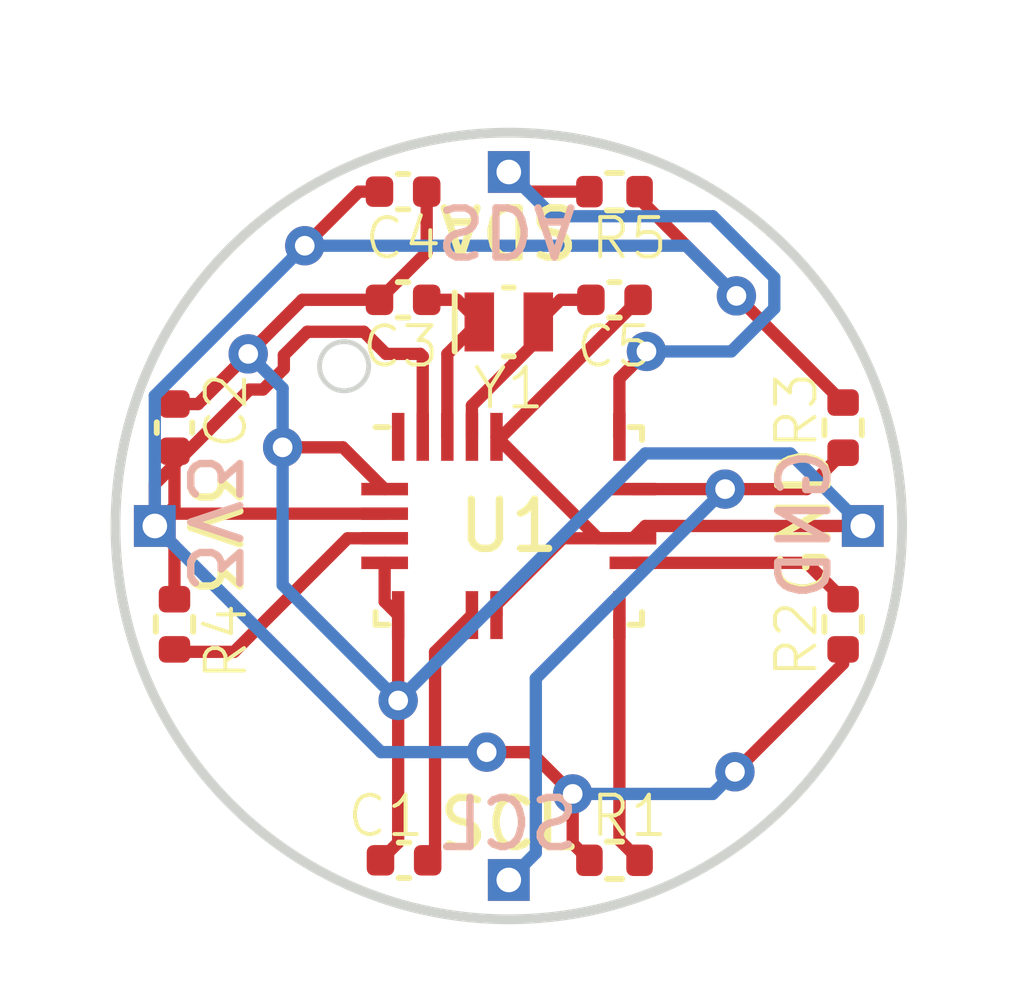
<source format=kicad_pcb>
(kicad_pcb (version 20221018) (generator pcbnew)
  (title_block (title "BNO08x Interface Board r8.00") (date "2023-08-22") (comment 1 "Author: Toby Godfrey"))
  (layers (0 "F.Cu" signal) (31 "B.Cu" signal) (34 "B.Paste" user) (35 "F.Paste" user) (36 "B.SilkS" user "B.Silkscreen") (37 "F.SilkS" user "F.Silkscreen") (38 "B.Mask" user) (39 "F.Mask" user) (44 "Edge.Cuts" user))
  (net 0 "")
  (net 1 "CLKSEL0")
  (net 2 "Net-(U1-CAP)")
  (net 3 "+3.3V")
  (net 4 "XIN32")
  (net 5 "CLKSEL1")
  (net 6 "SDA")
  (net 7 "SCL")
  (net 8 "Net-(U1-ENV_SCL)")
  (net 9 "Net-(U1-ENV_SDA)")
  (net 10 "Net-(U1-BOOTN)")
  (footprint "Resistor_SMD:R_0402_1005Metric" (layer "F.Cu") (at 161.8 83 90)
    (fp_text reference "R3" (at 0.35 -0.95 90) (layer "F.SilkS") (effects (font (size 0.8 0.8) (thickness 0.08))))
    (fp_text value "2.2k")
    (fp_line (start -0.153641 -0.38) (end 0.153641 -0.38) (stroke (width 0.12)) (layer "F.SilkS"))
    (fp_line (start -0.153641 0.38) (end 0.153641 0.38) (stroke (width 0.12)) (layer "F.SilkS"))
    (pad "1" smd roundrect (at -0.51 0 90) (size 0.54 0.64) (layers "F.Cu" "F.Paste" "F.Mask") (net 7 "SCL"))
    (pad "2" smd roundrect (at 0.51 0 90) (size 0.54 0.64) (layers "F.Cu" "F.Paste" "F.Mask") (net 3 "+3.3V"))
  )
  (footprint "Capacitor_SMD:C_0402_1005Metric" (layer "F.Cu") (at 152.85 80.4 180)
    (fp_text reference "C3" (at 0.05 -0.95) (layer "F.SilkS") (effects (font (size 0.8 0.8) (thickness 0.08))))
    (fp_text value "22pF")
    (fp_line (start -0.107836 -0.36) (end 0.107836 -0.36) (stroke (width 0.12)) (layer "F.SilkS"))
    (fp_line (start -0.107836 0.36) (end 0.107836 0.36) (stroke (width 0.12)) (layer "F.SilkS"))
    (pad "1" smd roundrect (at -0.48 0 180) (size 0.56 0.62) (layers "F.Cu" "F.Paste" "F.Mask") (net 4 "XIN32"))
    (pad "2" smd roundrect (at 0.48 0 180) (size 0.56 0.62) (layers "F.Cu" "F.Paste" "F.Mask") (net 1 "CLKSEL0"))
  )
  (footprint "Connector_PinHeader_1.00mm:PinHeader_1x01_P1.00mm_Vertical" (layer "F.Cu") (at 147.8 85)
    (fp_text reference "J3" hide)
    (fp_text value "PIN_3V3")
    (pad "1" thru_hole rect (at 0 0) (size 0.85 0.85) (drill 0.5) (layers "*.Cu" "*.Mask") (net 3 "+3.3V"))
  )
  (footprint "Resistor_SMD:R_0402_1005Metric" (layer "F.Cu") (at 157.15 91.8)
    (fp_text reference "R1" (at 0.3 -0.9) (layer "F.SilkS") (effects (font (size 0.8 0.8) (thickness 0.08))))
    (fp_text value "2.2k")
    (fp_line (start -0.153641 -0.38) (end 0.153641 -0.38) (stroke (width 0.12)) (layer "F.SilkS"))
    (fp_line (start -0.153641 0.38) (end 0.153641 0.38) (stroke (width 0.12)) (layer "F.SilkS"))
    (pad "1" smd roundrect (at -0.51 0) (size 0.54 0.64) (layers "F.Cu" "F.Paste" "F.Mask") (net 3 "+3.3V"))
    (pad "2" smd roundrect (at 0.51 0) (size 0.54 0.64) (layers "F.Cu" "F.Paste" "F.Mask") (net 8 "Net-(U1-ENV_SCL)"))
  )
  (footprint "Connector_PinHeader_1.00mm:PinHeader_1x01_P1.00mm_Vertical" (layer "F.Cu") (at 155 92.2)
    (fp_text reference "J1" hide)
    (fp_text value "PIN_SCL")
    (pad "1" thru_hole rect (at 0 0) (size 0.85 0.85) (drill 0.5) (layers "*.Cu" "*.Mask") (net 7 "SCL"))
  )
  (footprint "Resistor_SMD:R_0402_1005Metric" (layer "F.Cu") (at 157.15 78.2 180)
    (fp_text reference "R5" (at -0.3 -0.95) (layer "F.SilkS") (effects (font (size 0.8 0.8) (thickness 0.08))))
    (fp_text value "2.2k")
    (fp_line (start -0.153641 -0.38) (end 0.153641 -0.38) (stroke (width 0.12)) (layer "F.SilkS"))
    (fp_line (start -0.153641 0.38) (end 0.153641 0.38) (stroke (width 0.12)) (layer "F.SilkS"))
    (pad "1" smd roundrect (at -0.51 0 180) (size 0.54 0.64) (layers "F.Cu" "F.Paste" "F.Mask") (net 3 "+3.3V"))
    (pad "2" smd roundrect (at 0.51 0 180) (size 0.54 0.64) (layers "F.Cu" "F.Paste" "F.Mask") (net 6 "SDA"))
  )
  (footprint "Crystal:Crystal_SMD_MicroCrystal_CM9V-T1A-2Pin_1.6x1.0mm" (layer "F.Cu") (at 155 80.85)
    (fp_text reference "Y1" (at 0 1.35) (layer "F.SilkS") (effects (font (size 0.8 0.8) (thickness 0.08))))
    (fp_text value "32.768kHz")
    (fp_line (start -1.1 -0.6) (end -1.1 0.6) (stroke (width 0.12)) (layer "F.SilkS"))
    (fp_line (start -0.1 -0.7) (end 0.1 -0.7) (stroke (width 0.12)) (layer "F.SilkS"))
    (fp_line (start -0.1 0.7) (end 0.1 0.7) (stroke (width 0.12)) (layer "F.SilkS"))
    (pad "1" smd rect (at -0.6 0) (size 0.6 1.2) (layers "F.Cu" "F.Paste" "F.Mask") (net 4 "XIN32"))
    (pad "2" smd rect (at 0.6 0) (size 0.6 1.2) (layers "F.Cu" "F.Paste" "F.Mask") (net 5 "CLKSEL1"))
  )
  (footprint "Resistor_SMD:R_0402_1005Metric" (layer "F.Cu") (at 161.8 87 -90)
    (fp_text reference "R2" (at 0.3 0.95 90) (layer "F.SilkS") (effects (font (size 0.8 0.8) (thickness 0.08))))
    (fp_text value "2.2k")
    (fp_line (start -0.153641 -0.38) (end 0.153641 -0.38) (stroke (width 0.12)) (layer "F.SilkS"))
    (fp_line (start -0.153641 0.38) (end 0.153641 0.38) (stroke (width 0.12)) (layer "F.SilkS"))
    (pad "1" smd roundrect (at -0.51 0 270) (size 0.54 0.64) (layers "F.Cu" "F.Paste" "F.Mask") (net 9 "Net-(U1-ENV_SDA)"))
    (pad "2" smd roundrect (at 0.51 0 270) (size 0.54 0.64) (layers "F.Cu" "F.Paste" "F.Mask") (net 3 "+3.3V"))
  )
  (footprint "Resistor_SMD:R_0402_1005Metric" (layer "F.Cu") (at 148.2 87 90)
    (fp_text reference "R4" (at -0.35 1.05 90) (layer "F.SilkS") (effects (font (size 0.8 0.8) (thickness 0.08))))
    (fp_text value "10k")
    (fp_line (start -0.153641 -0.38) (end 0.153641 -0.38) (stroke (width 0.12)) (layer "F.SilkS"))
    (fp_line (start -0.153641 0.38) (end 0.153641 0.38) (stroke (width 0.12)) (layer "F.SilkS"))
    (pad "1" smd roundrect (at -0.51 0 90) (size 0.54 0.64) (layers "F.Cu" "F.Paste" "F.Mask") (net 10 "Net-(U1-BOOTN)"))
    (pad "2" smd roundrect (at 0.51 0 90) (size 0.54 0.64) (layers "F.Cu" "F.Paste" "F.Mask") (net 3 "+3.3V"))
  )
  (footprint "Capacitor_SMD:C_0402_1005Metric" (layer "F.Cu") (at 157.15 80.4)
    (fp_text reference "C5" (at 0 0.95) (layer "F.SilkS") (effects (font (size 0.8 0.8) (thickness 0.08))))
    (fp_text value "22pF")
    (fp_line (start -0.107836 -0.36) (end 0.107836 -0.36) (stroke (width 0.12)) (layer "F.SilkS"))
    (fp_line (start -0.107836 0.36) (end 0.107836 0.36) (stroke (width 0.12)) (layer "F.SilkS"))
    (pad "1" smd roundrect (at -0.48 0) (size 0.56 0.62) (layers "F.Cu" "F.Paste" "F.Mask") (net 5 "CLKSEL1"))
    (pad "2" smd roundrect (at 0.48 0) (size 0.56 0.62) (layers "F.Cu" "F.Paste" "F.Mask") (net 1 "CLKSEL0"))
  )
  (footprint "Connector_PinHeader_1.00mm:PinHeader_1x01_P1.00mm_Vertical" (layer "F.Cu") (at 162.2 85)
    (fp_text reference "J4" hide)
    (fp_text value "PIN_GND")
    (pad "1" thru_hole rect (at 0 0) (size 0.85 0.85) (drill 0.5) (layers "*.Cu" "*.Mask") (net 1 "CLKSEL0"))
  )
  (footprint "Capacitor_SMD:C_0402_1005Metric" (layer "F.Cu") (at 152.87 91.8)
    (fp_text reference "C1" (at -0.37 -0.9) (layer "F.SilkS") (effects (font (size 0.8 0.8) (thickness 0.08))))
    (fp_text value "100nF")
    (fp_line (start -0.107836 -0.36) (end 0.107836 -0.36) (stroke (width 0.12)) (layer "F.SilkS"))
    (fp_line (start -0.107836 0.36) (end 0.107836 0.36) (stroke (width 0.12)) (layer "F.SilkS"))
    (pad "1" smd roundrect (at -0.48 0) (size 0.56 0.62) (layers "F.Cu" "F.Paste" "F.Mask") (net 1 "CLKSEL0"))
    (pad "2" smd roundrect (at 0.48 0) (size 0.56 0.62) (layers "F.Cu" "F.Paste" "F.Mask") (net 2 "Net-(U1-CAP)"))
  )
  (footprint "Capacitor_SMD:C_0402_1005Metric" (layer "F.Cu") (at 152.85 78.2)
    (fp_text reference "C4" (at 0 0.95) (layer "F.SilkS") (effects (font (size 0.8 0.8) (thickness 0.08))))
    (fp_text value "100nF")
    (fp_line (start -0.107836 -0.36) (end 0.107836 -0.36) (stroke (width 0.12)) (layer "F.SilkS"))
    (fp_line (start -0.107836 0.36) (end 0.107836 0.36) (stroke (width 0.12)) (layer "F.SilkS"))
    (pad "1" smd roundrect (at -0.48 0) (size 0.56 0.62) (layers "F.Cu" "F.Paste" "F.Mask") (net 3 "+3.3V"))
    (pad "2" smd roundrect (at 0.48 0) (size 0.56 0.62) (layers "F.Cu" "F.Paste" "F.Mask") (net 1 "CLKSEL0"))
  )
  (footprint "Capacitor_SMD:C_0402_1005Metric" (layer "F.Cu") (at 148.2 83 90)
    (fp_text reference "C2" (at 0.35 1.05 90) (layer "F.SilkS") (effects (font (size 0.8 0.8) (thickness 0.08))))
    (fp_text value "100nF")
    (fp_line (start -0.107836 -0.36) (end 0.107836 -0.36) (stroke (width 0.12)) (layer "F.SilkS"))
    (fp_line (start -0.107836 0.36) (end 0.107836 0.36) (stroke (width 0.12)) (layer "F.SilkS"))
    (pad "1" smd roundrect (at -0.48 0 90) (size 0.56 0.62) (layers "F.Cu" "F.Paste" "F.Mask") (net 3 "+3.3V"))
    (pad "2" smd roundrect (at 0.48 0 90) (size 0.56 0.62) (layers "F.Cu" "F.Paste" "F.Mask") (net 1 "CLKSEL0"))
  )
  (footprint "Package_LGA:LGA-28_5.2x3.8mm_P0.5mm" (layer "F.Cu") (at 155 85)
    (fp_text reference "U1" (at 0 0) (layer "F.SilkS"))
    (fp_text value "~")
    (fp_line (start -2.71 -2.01) (end -2.45 -2.01) (stroke (width 0.12)) (layer "F.SilkS"))
    (fp_line (start -2.71 2.01) (end -2.71 1.75) (stroke (width 0.12)) (layer "F.SilkS"))
    (fp_line (start -2.71 2.01) (end -2.45 2.01) (stroke (width 0.12)) (layer "F.SilkS"))
    (fp_line (start 2.71 -2.01) (end 2.45 -2.01) (stroke (width 0.12)) (layer "F.SilkS"))
    (fp_line (start 2.71 -2.01) (end 2.71 -1.75) (stroke (width 0.12)) (layer "F.SilkS"))
    (fp_line (start 2.71 2.01) (end 2.45 2.01) (stroke (width 0.12)) (layer "F.SilkS"))
    (fp_line (start 2.71 2.01) (end 2.71 1.75) (stroke (width 0.12)) (layer "F.SilkS"))
    (pad "1" smd rect (at -2.25 -1.8125) (size 0.254 0.975) (layers "F.Cu" "F.Paste" "F.Mask"))
    (pad "2" smd rect (at -2.525 -0.75 90) (size 0.254 0.95) (layers "F.Cu" "F.Paste" "F.Mask") (net 1 "CLKSEL0"))
    (pad "3" smd rect (at -2.525 -0.25 90) (size 0.254 0.95) (layers "F.Cu" "F.Paste" "F.Mask") (net 3 "+3.3V"))
    (pad "4" smd rect (at -2.525 0.25 90) (size 0.254 0.95) (layers "F.Cu" "F.Paste" "F.Mask") (net 10 "Net-(U1-BOOTN)"))
    (pad "5" smd rect (at -2.525 0.75 90) (size 0.254 0.95) (layers "F.Cu" "F.Paste" "F.Mask") (net 1 "CLKSEL0"))
    (pad "6" smd rect (at -2.25 1.8125) (size 0.254 0.975) (layers "F.Cu" "F.Paste" "F.Mask") (net 1 "CLKSEL0"))
    (pad "9" smd rect (at -0.75 1.8125) (size 0.254 0.975) (layers "F.Cu" "F.Paste" "F.Mask") (net 2 "Net-(U1-CAP)"))
    (pad "10" smd rect (at -0.25 1.8125) (size 0.254 0.975) (layers "F.Cu" "F.Paste" "F.Mask") (net 1 "CLKSEL0"))
    (pad "15" smd rect (at 2.25 1.8125) (size 0.254 0.975) (layers "F.Cu" "F.Paste" "F.Mask") (net 8 "Net-(U1-ENV_SCL)"))
    (pad "16" smd rect (at 2.525 0.75 90) (size 0.254 0.95) (layers "F.Cu" "F.Paste" "F.Mask") (net 9 "Net-(U1-ENV_SDA)"))
    (pad "17" smd rect (at 2.525 0.25 90) (size 0.254 0.95) (layers "F.Cu" "F.Paste" "F.Mask") (net 1 "CLKSEL0"))
    (pad "19" smd rect (at 2.525 -0.75 90) (size 0.254 0.95) (layers "F.Cu" "F.Paste" "F.Mask") (net 7 "SCL"))
    (pad "20" smd rect (at 2.25 -1.8125) (size 0.254 0.975) (layers "F.Cu" "F.Paste" "F.Mask") (net 6 "SDA"))
    (pad "25" smd rect (at -0.25 -1.8125) (size 0.254 0.975) (layers "F.Cu" "F.Paste" "F.Mask") (net 1 "CLKSEL0"))
    (pad "26" smd rect (at -0.75 -1.8125) (size 0.254 0.975) (layers "F.Cu" "F.Paste" "F.Mask") (net 5 "CLKSEL1"))
    (pad "27" smd rect (at -1.25 -1.8125) (size 0.254 0.975) (layers "F.Cu" "F.Paste" "F.Mask") (net 4 "XIN32"))
    (pad "28" smd rect (at -1.75 -1.8125) (size 0.254 0.975) (layers "F.Cu" "F.Paste" "F.Mask") (net 3 "+3.3V"))
  )
  (footprint "Connector_PinHeader_1.00mm:PinHeader_1x01_P1.00mm_Vertical" (layer "F.Cu") (at 155 77.8)
    (fp_text reference "J2" hide)
    (fp_text value "PIN_SDA")
    (pad "1" thru_hole rect (at 0 0) (size 0.85 0.85) (drill 0.5) (layers "*.Cu" "*.Mask") (net 6 "SDA"))
  )
  (gr_circle (center 151.65 81.75) (end 152.15 81.75) (stroke (width 0.1)) (fill none) (layer "Edge.Cuts"))
  (gr_circle (center 155 85) (end 163 85) (stroke (width 0.2)) (fill none) (layer "Edge.Cuts"))
  (gr_text "SDA" (at 153.45 78.4 180) (layer "B.SilkS") (effects (font (size 1 1)) (justify left bottom mirror)))
  (gr_text "GND" (at 161.6 83.35 90) (layer "B.SilkS") (effects (font (size 1 1)) (justify left bottom mirror)))
  (gr_text "3V3" (at 148.4 86.4 270) (layer "B.SilkS") (effects (font (size 1 1)) (justify left bottom mirror)))
  (gr_text "SCL" (at 156.5 91.65) (layer "B.SilkS") (effects (font (size 1 1)) (justify left bottom mirror)))
  (gr_text "GND" (at 161.6 86.55 90) (layer "F.SilkS") (effects (font (size 1 1)) (justify left bottom)))
  (gr_text "SCL" (at 153.5 91.65) (layer "F.SilkS") (effects (font (size 1 1)) (justify left bottom)))
  (gr_text "3V3" (at 148.4 83.55 270) (layer "F.SilkS") (effects (font (size 1 1)) (justify left bottom)))
  (gr_text "SDA" (at 156.5 78.4 180) (layer "F.SilkS") (effects (font (size 1 1)) (justify left bottom)))
  (segment (start 156.1 85.25) (end 157.525 85.25) (width 0.25) (layer "F.Cu") (net 1))
  (segment (start 148.2 82.52) (end 148.68 82.52) (width 0.25) (layer "F.Cu") (net 1))
  (segment (start 156.8125 85.25) (end 157.525 85.25) (width 0.25) (layer "F.Cu") (net 1))
  (segment (start 150.8 80.4) (end 149.7 81.5) (width 0.25) (layer "F.Cu") (net 1))
  (segment (start 157.63 80.407609) (end 154.850109 83.1875) (width 0.25) (layer "F.Cu") (net 1))
  (segment (start 152.37 80.392391) (end 152.37 80.4) (width 0.25) (layer "F.Cu") (net 1))
  (segment (start 151.625 83.4) (end 152.475 84.25) (width 0.25) (layer "F.Cu") (net 1))
  (segment (start 153.33 79.432391) (end 152.37 80.392391) (width 0.25) (layer "F.Cu") (net 1))
  (segment (start 154.75 83.1875) (end 156.8125 85.25) (width 0.25) (layer "F.Cu") (net 1))
  (segment (start 152.39 91.8) (end 152.75 91.44) (width 0.25) (layer "F.Cu") (net 1))
  (segment (start 152.37 80.4) (end 150.8 80.4) (width 0.25) (layer "F.Cu") (net 1))
  (segment (start 157.775 85) (end 157.525 85.25) (width 0.25) (layer "F.Cu") (net 1))
  (segment (start 162.2 85) (end 157.775 85) (width 0.25) (layer "F.Cu") (net 1))
  (segment (start 148.68 82.52) (end 149.7 81.5) (width 0.25) (layer "F.Cu") (net 1))
  (segment (start 152.75 88.55) (end 152.75 86.8125) (width 0.25) (layer "F.Cu") (net 1))
  (segment (start 157.63 80.4) (end 157.63 80.407609) (width 0.25) (layer "F.Cu") (net 1))
  (segment (start 152.475 85.75) (end 152.475 86.5375) (width 0.25) (layer "F.Cu") (net 1))
  (segment (start 152.475 86.5375) (end 152.75 86.8125) (width 0.25) (layer "F.Cu") (net 1))
  (segment (start 152.75 91.44) (end 152.75 88.55) (width 0.25) (layer "F.Cu") (net 1))
  (segment (start 154.850109 83.1875) (end 154.75 83.1875) (width 0.25) (layer "F.Cu") (net 1))
  (segment (start 154.75 86.6) (end 156.1 85.25) (width 0.25) (layer "F.Cu") (net 1))
  (segment (start 154.75 86.8125) (end 154.75 86.6) (width 0.25) (layer "F.Cu") (net 1))
  (segment (start 150.4 83.4) (end 151.625 83.4) (width 0.25) (layer "F.Cu") (net 1))
  (segment (start 153.33 78.2) (end 153.33 79.432391) (width 0.25) (layer "F.Cu") (net 1))
  (via (at 149.7 81.5) (size 0.8) (drill 0.4) (layers "F.Cu" "B.Cu") (net 1))
  (via (at 152.75 88.55) (size 0.8) (drill 0.4) (layers "F.Cu" "B.Cu") (net 1))
  (via (at 150.4 83.4) (size 0.8) (drill 0.4) (layers "F.Cu" "B.Cu") (net 1))
  (segment (start 150.4 86.2) (end 150.4 83.4) (width 0.25) (layer "B.Cu") (net 1))
  (segment (start 162.2 85) (end 160.725 83.525) (width 0.25) (layer "B.Cu") (net 1))
  (segment (start 150.4 82.2) (end 149.7 81.5) (width 0.25) (layer "B.Cu") (net 1))
  (segment (start 152.75 88.55) (end 150.4 86.2) (width 0.25) (layer "B.Cu") (net 1))
  (segment (start 157.775 83.525) (end 152.75 88.55) (width 0.25) (layer "B.Cu") (net 1))
  (segment (start 160.725 83.525) (end 157.775 83.525) (width 0.25) (layer "B.Cu") (net 1))
  (segment (start 150.4 83.4) (end 150.4 82.2) (width 0.25) (layer "B.Cu") (net 1))
  (segment (start 153.5 87.5625) (end 154.25 86.8125) (width 0.25) (layer "F.Cu") (net 2))
  (segment (start 153.35 91.8) (end 153.5 91.65) (width 0.25) (layer "F.Cu") (net 2))
  (segment (start 153.5 91.65) (end 153.5 87.5625) (width 0.25) (layer "F.Cu") (net 2))
  (segment (start 151.95 78.2) (end 150.85 79.3) (width 0.25) (layer "F.Cu") (net 3))
  (segment (start 152.502391 81.5) (end 152.052391 81.05) (width 0.25) (layer "F.Cu") (net 3))
  (segment (start 150.9 81.05) (end 150.425 81.525) (width 0.25) (layer "F.Cu") (net 3))
  (segment (start 152.37 78.2) (end 151.95 78.2) (width 0.25) (layer "F.Cu") (net 3))
  (segment (start 150.425 81.800305) (end 150.000305 82.225) (width 0.25) (layer "F.Cu") (net 3))
  (segment (start 157.66 78.35) (end 159.63 80.32) (width 0.25) (layer "F.Cu") (net 3))
  (segment (start 149.725 82.225) (end 147.8 84.15) (width 0.25) (layer "F.Cu") (net 3))
  (segment (start 156.3 90.45) (end 156.3 91.46) (width 0.25) (layer "F.Cu") (net 3))
  (segment (start 153.2 81.5) (end 152.502391 81.5) (width 0.25) (layer "F.Cu") (net 3))
  (segment (start 148.2 84.6) (end 147.8 85) (width 0.25) (layer "F.Cu") (net 3))
  (segment (start 156.3 91.46) (end 156.64 91.8) (width 0.25) (layer "F.Cu") (net 3))
  (segment (start 157.66 78.2) (end 157.66 78.35) (width 0.25) (layer "F.Cu") (net 3))
  (segment (start 150.425 81.525) (end 150.425 81.800305) (width 0.25) (layer "F.Cu") (net 3))
  (segment (start 153.25 83.1875) (end 153.25 81.55) (width 0.25) (layer "F.Cu") (net 3))
  (segment (start 148.2 85.4) (end 147.8 85) (width 0.25) (layer "F.Cu") (net 3))
  (segment (start 152.052391 81.05) (end 150.9 81.05) (width 0.25) (layer "F.Cu") (net 3))
  (segment (start 159.63 80.32) (end 161.8 82.49) (width 0.25) (layer "F.Cu") (net 3))
  (segment (start 154.55 89.6) (end 155.45 89.6) (width 0.25) (layer "F.Cu") (net 3))
  (segment (start 153.25 81.55) (end 153.2 81.5) (width 0.25) (layer "F.Cu") (net 3))
  (segment (start 161.8 87.51) (end 161.8 87.8) (width 0.25) (layer "F.Cu") (net 3))
  (segment (start 147.8 84.15) (end 147.8 85) (width 0.25) (layer "F.Cu") (net 3))
  (segment (start 147.8 85) (end 148.05 84.75) (width 0.25) (layer "F.Cu") (net 3))
  (segment (start 148.2 83.48) (end 148.2 84.6) (width 0.25) (layer "F.Cu") (net 3))
  (segment (start 155.45 89.6) (end 156.3 90.45) (width 0.25) (layer "F.Cu") (net 3))
  (segment (start 161.8 87.8) (end 159.6 90) (width 0.25) (layer "F.Cu") (net 3))
  (segment (start 148.2 86.54) (end 148.2 85.4) (width 0.25) (layer "F.Cu") (net 3))
  (segment (start 150.000305 82.225) (end 149.725 82.225) (width 0.25) (layer "F.Cu") (net 3))
  (segment (start 148.05 84.75) (end 152.475 84.75) (width 0.25) (layer "F.Cu") (net 3))
  (via (at 154.55 89.6) (size 0.8) (drill 0.4) (layers "F.Cu" "B.Cu") (net 3))
  (via (at 159.63 80.32) (size 0.8) (drill 0.4) (layers "F.Cu" "B.Cu") (net 3))
  (via (at 156.3 90.45) (size 0.8) (drill 0.4) (layers "F.Cu" "B.Cu") (net 3))
  (via (at 150.85 79.3) (size 0.8) (drill 0.4) (layers "F.Cu" "B.Cu") (net 3))
  (via (at 159.6 90) (size 0.8) (drill 0.4) (layers "F.Cu" "B.Cu") (net 3))
  (segment (start 147.8 82.35) (end 147.8 85) (width 0.25) (layer "B.Cu") (net 3))
  (segment (start 159.15 90.45) (end 156.3 90.45) (width 0.25) (layer "B.Cu") (net 3))
  (segment (start 152.4 89.6) (end 154.55 89.6) (width 0.25) (layer "B.Cu") (net 3))
  (segment (start 158.61 79.3) (end 159.63 80.32) (width 0.25) (layer "B.Cu") (net 3))
  (segment (start 150.85 79.3) (end 147.8 82.35) (width 0.25) (layer "B.Cu") (net 3))
  (segment (start 159.6 90) (end 159.15 90.45) (width 0.25) (layer "B.Cu") (net 3))
  (segment (start 150.85 79.3) (end 158.61 79.3) (width 0.25) (layer "B.Cu") (net 3))
  (segment (start 147.8 85) (end 152.4 89.6) (width 0.25) (layer "B.Cu") (net 3))
  (segment (start 153.95 80.4) (end 154.4 80.85) (width 0.25) (layer "F.Cu") (net 4))
  (segment (start 154.4 80.85) (end 153.75 81.5) (width 0.25) (layer "F.Cu") (net 4))
  (segment (start 153.75 81.5) (end 153.75 83.1875) (width 0.25) (layer "F.Cu") (net 4))
  (segment (start 153.33 80.4) (end 153.95 80.4) (width 0.25) (layer "F.Cu") (net 4))
  (segment (start 156.67 80.4) (end 156.05 80.4) (width 0.25) (layer "F.Cu") (net 5))
  (segment (start 154.25 82.55) (end 154.25 83.1875) (width 0.25) (layer "F.Cu") (net 5))
  (segment (start 155.6 81.2) (end 154.25 82.55) (width 0.25) (layer "F.Cu") (net 5))
  (segment (start 156.05 80.4) (end 155.6 80.85) (width 0.25) (layer "F.Cu") (net 5))
  (segment (start 155.6 80.85) (end 155.6 81.2) (width 0.25) (layer "F.Cu") (net 5))
  (segment (start 157.25 82) (end 157.8 81.45) (width 0.25) (layer "F.Cu") (net 6))
  (segment (start 156.64 78.2) (end 155.4 78.2) (width 0.25) (layer "F.Cu") (net 6))
  (segment (start 155.4 78.2) (end 155 77.8) (width 0.25) (layer "F.Cu") (net 6))
  (segment (start 157.25 83.1875) (end 157.25 82) (width 0.25) (layer "F.Cu") (net 6))
  (via (at 157.8 81.45) (size 0.8) (drill 0.4) (layers "F.Cu" "B.Cu") (net 6))
  (segment (start 160.4 80.575305) (end 160.4 79.95) (width 0.25) (layer "B.Cu") (net 6))
  (segment (start 155.9 78.7) (end 155 77.8) (width 0.25) (layer "B.Cu") (net 6))
  (segment (start 159.525305 81.45) (end 160.4 80.575305) (width 0.25) (layer "B.Cu") (net 6))
  (segment (start 159.15 78.7) (end 155.9 78.7) (width 0.25) (layer "B.Cu") (net 6))
  (segment (start 157.8 81.45) (end 159.525305 81.45) (width 0.25) (layer "B.Cu") (net 6))
  (segment (start 160.4 79.95) (end 159.15 78.7) (width 0.25) (layer "B.Cu") (net 6))
  (segment (start 157.525 84.25) (end 159.4 84.25) (width 0.25) (layer "F.Cu") (net 7))
  (segment (start 159.4 84.25) (end 161.06 84.25) (width 0.25) (layer "F.Cu") (net 7))
  (segment (start 161.06 84.25) (end 161.8 83.51) (width 0.25) (layer "F.Cu") (net 7))
  (via (at 159.4 84.25) (size 0.8) (drill 0.4) (layers "F.Cu" "B.Cu") (net 7))
  (segment (start 155.55 91.65) (end 155.55 88.1) (width 0.25) (layer "B.Cu") (net 7))
  (segment (start 155.55 88.1) (end 159.4 84.25) (width 0.25) (layer "B.Cu") (net 7))
  (segment (start 155 92.2) (end 155.55 91.65) (width 0.25) (layer "B.Cu") (net 7))
  (segment (start 157.25 91.39) (end 157.66 91.8) (width 0.25) (layer "F.Cu") (net 8))
  (segment (start 157.25 86.8125) (end 157.25 91.39) (width 0.25) (layer "F.Cu") (net 8))
  (segment (start 157.525 85.75) (end 161.06 85.75) (width 0.25) (layer "F.Cu") (net 9))
  (segment (start 161.06 85.75) (end 161.8 86.49) (width 0.25) (layer "F.Cu") (net 9))
  (segment (start 152.475 85.25) (end 151.723 85.25) (width 0.25) (layer "F.Cu") (net 10))
  (segment (start 151.723 85.25) (end 149.413 87.56) (width 0.25) (layer "F.Cu") (net 10))
  (segment (start 149.413 87.56) (end 148.2 87.56) (width 0.25) (layer "F.Cu") (net 10))
)
</source>
